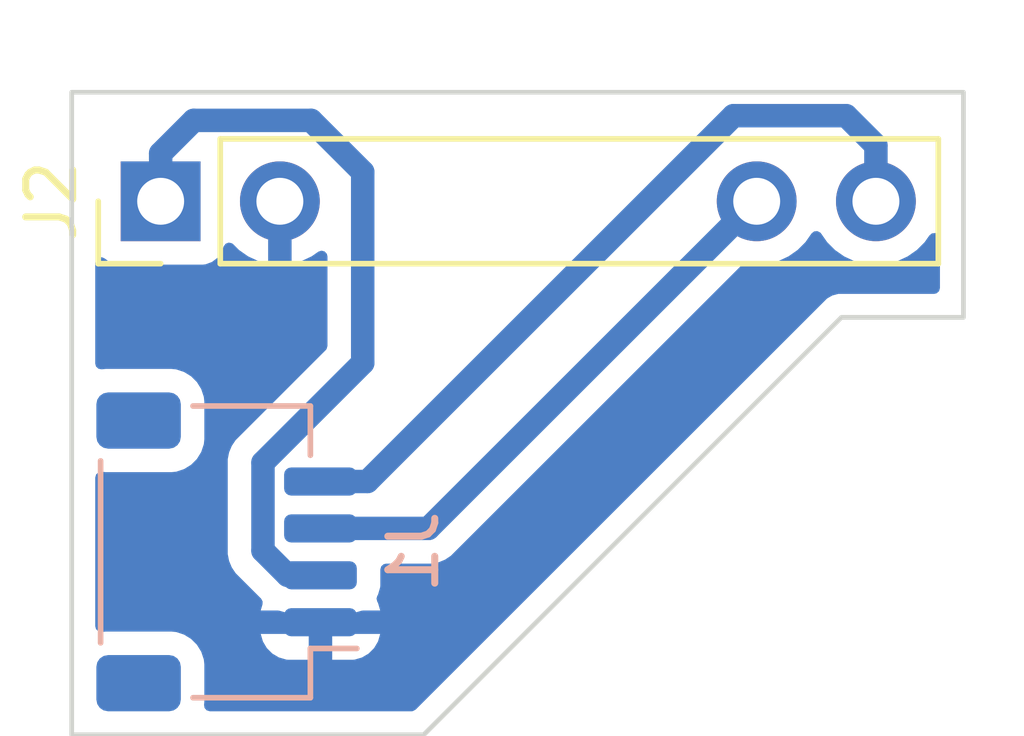
<source format=kicad_pcb>
(kicad_pcb (version 20240108) (generator "pcbnew") (generator_version "8.0")
  (layers (0 "F.Cu" signal) (31 "B.Cu" signal) (34 "B.Paste" user) (35 "F.Paste" user) (36 "B.SilkS" user "B.Silkscreen") (37 "F.SilkS" user "F.Silkscreen") (38 "B.Mask" user) (39 "F.Mask" user) (44 "Edge.Cuts" user))
  (net 0 "")
  (net 1 "/VCC")
  (net 2 "/SCL")
  (net 3 "/GND")
  (net 4 "/SDA")
  (footprint "Connector_PinHeader_2.54mm:PinHeader_1x07_P2.54mm_Vertical" (layer "F.Cu") (at 166.295 106.125 90)
    (property "Reference" "J2" (at 0 -2.33 90) (layer "F.SilkS"))
    (property "Value" "Pin Header")
    (fp_line (start -1.33 -1.33) (end 0 -1.33) (stroke (width 0.12)) (layer "F.SilkS"))
    (fp_line (start -1.33 0) (end -1.33 -1.33) (stroke (width 0.12)) (layer "F.SilkS"))
    (fp_line (start 1.33 1.27) (end 1.33 16.57) (stroke (width 0.12)) (layer "F.SilkS"))
    (fp_line (start -1.33 1.27) (end 1.33 1.27) (stroke (width 0.12)) (layer "F.SilkS"))
    (fp_line (start -1.33 1.27) (end -1.33 16.57) (stroke (width 0.12)) (layer "F.SilkS"))
    (fp_line (start -1.33 16.57) (end 1.33 16.57) (stroke (width 0.12)) (layer "F.SilkS"))
    (pad "1" thru_hole rect (at 0 0 90) (size 1.7 1.7) (drill 1) (layers "*.Cu" "*.Mask") (net 1 "/VCC"))
    (pad "2" thru_hole oval (at 0 2.54 90) (size 1.7 1.7) (drill 1) (layers "*.Cu" "*.Mask") (net 3 "/GND"))
    (pad "6" thru_hole oval (at 0 12.7 90) (size 1.7 1.7) (drill 1) (layers "*.Cu" "*.Mask") (net 4 "/SDA"))
    (pad "7" thru_hole oval (at 0 15.24 90) (size 1.7 1.7) (drill 1) (layers "*.Cu" "*.Mask") (net 2 "/SCL"))
  )
  (footprint "Connector_JST:JST_SH_SM04B-SRSS-TB_1x04-1MP_P1.00mm_Horizontal" (layer "B.Cu") (at 167.7 113.6 90)
    (property "Reference" "J1" (at 0 3.98 270) (layer "B.SilkS") (effects (justify mirror)))
    (property "Value" "QWIIC JST")
    (fp_line (start 1.94 -2.685) (end -1.94 -2.685) (stroke (width 0.12)) (layer "B.SilkS"))
    (fp_line (start 3.11 1.785) (end 3.11 -0.715) (stroke (width 0.12)) (layer "B.SilkS"))
    (fp_line (start 2.06 1.785) (end 3.11 1.785) (stroke (width 0.12)) (layer "B.SilkS"))
    (fp_line (start -2.06 1.785) (end -3.11 1.785) (stroke (width 0.12)) (layer "B.SilkS"))
    (fp_line (start -3.11 1.785) (end -3.11 -0.715) (stroke (width 0.12)) (layer "B.SilkS"))
    (fp_line (start -2.06 2.775) (end -2.06 1.785) (stroke (width 0.12)) (layer "B.SilkS"))
    (pad "1" smd roundrect (at -1.5 2 90) (size 0.6 1.55) (layers "B.Cu" "B.Paste" "B.Mask") (net 3 "/GND"))
    (pad "2" smd roundrect (at -0.5 2 90) (size 0.6 1.55) (layers "B.Cu" "B.Paste" "B.Mask") (net 1 "/VCC"))
    (pad "3" smd roundrect (at 0.5 2 90) (size 0.6 1.55) (layers "B.Cu" "B.Paste" "B.Mask") (net 4 "/SDA"))
    (pad "4" smd roundrect (at 1.5 2 90) (size 0.6 1.55) (layers "B.Cu" "B.Paste" "B.Mask") (net 2 "/SCL"))
    (pad "MP" smd roundrect (at -2.8 -1.875 90) (size 1.2 1.8) (layers "B.Cu" "B.Paste" "B.Mask") (roundrect_rratio 0.208333))
    (pad "MP" smd roundrect (at 2.8 -1.875 90) (size 1.2 1.8) (layers "B.Cu" "B.Paste" "B.Mask") (roundrect_rratio 0.208333))
  )
  (gr_poly (pts (xy 164.4 117.5) (xy 171.9 117.5) (xy 180.8 108.6) (xy 183.4 108.6) (xy 183.4 103.8) (xy 164.4 103.8)) (stroke (width 0.1)) (fill none) (layer "Edge.Cuts"))
  (segment (start 167 104.4) (end 166.295 105.105) (width 0.5) (layer "B.Cu") (net 1))
  (segment (start 169 114.1) (end 168.475 113.575) (width 0.5) (layer "B.Cu") (net 1))
  (segment (start 170.6 105.5) (end 169.5 104.4) (width 0.5) (layer "B.Cu") (net 1))
  (segment (start 170.6 109.572316) (end 170.6 105.5) (width 0.5) (layer "B.Cu") (net 1))
  (segment (start 169.7 114.1) (end 169 114.1) (width 0.5) (layer "B.Cu") (net 1))
  (segment (start 166.295 105.105) (end 166.295 106.125) (width 0.5) (layer "B.Cu") (net 1))
  (segment (start 169.5 104.4) (end 167 104.4) (width 0.5) (layer "B.Cu") (net 1))
  (segment (start 168.475 111.697316) (end 170.6 109.572316) (width 0.5) (layer "B.Cu") (net 1))
  (segment (start 168.475 113.575) (end 168.475 111.697316) (width 0.5) (layer "B.Cu") (net 1))
  (segment (start 181.535 104.935) (end 181.535 106.125) (width 0.5) (layer "B.Cu") (net 2))
  (segment (start 178.5 104.3) (end 180.9 104.3) (width 0.5) (layer "B.Cu") (net 2))
  (segment (start 169.7 112.1) (end 170.7 112.1) (width 0.5) (layer "B.Cu") (net 2))
  (segment (start 170.7 112.1) (end 178.5 104.3) (width 0.5) (layer "B.Cu") (net 2))
  (segment (start 180.9 104.3) (end 181.535 104.935) (width 0.5) (layer "B.Cu") (net 2))
  (segment (start 172 113.1) (end 178.975 106.125) (width 0.5) (layer "B.Cu") (net 4))
  (segment (start 178.975 106.125) (end 178.995 106.125) (width 0.5) (layer "B.Cu") (net 4))
  (segment (start 169.7 113.1) (end 172 113.1) (width 0.5) (layer "B.Cu") (net 4))
  (zone (net 3) (net_name "/GND") (layer "B.Cu") (connect_pads (clearance 0.5)) (min_thickness 0.25) (fill yes (mode hatch) (thermal_gap 0.5) (thermal_bridge_width 0.5) (hatch_thickness 1) (hatch_gap 1.5) (hatch_orientation 0) (hatch_border_algorithm hatch_thickness) (hatch_min_hole_area 0.3))
    (polygon (pts (xy 164.4 117.5) (xy 171.9 117.5) (xy 180.8 108.6) (xy 183.4 108.6) (xy 183.4 103.8) (xy 164.4 103.8)))
  )
)
</source>
